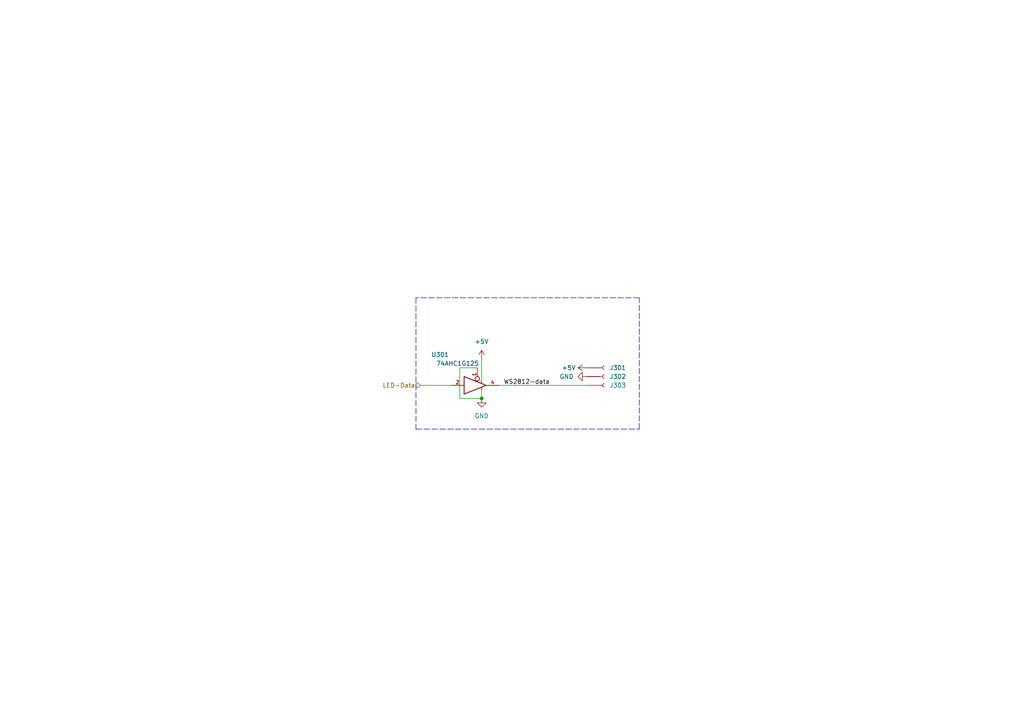
<source format=kicad_sch>
(kicad_sch (version 20230121) (generator eeschema)
  (paper "A4")
  (title_block (title "LED Strip") (date "2023-01-12") (company "Versio Duo"))
  (lib_symbols
    (symbol "V2_74xGxx:74AHC1G125" (pin_names (offset 1.016))
      (property "Reference" "U" (at -8.89 -3.81 0))
      (property "Value" "74AHC1G125" (at -3.81 -6.35 0))
      (symbol "74AHC1G125_0_1"
        (polyline (pts (xy -3.81 2.54) (xy -3.81 -2.54) (xy 2.54 0) (xy -3.81 2.54)) (stroke (width 0.254)))
      )
      (symbol "74AHC1G125_1_1"
        (pin input inverted (at 0 5.08 270) (length 3.81) (name "") (number "1"))
        (pin input line (at -7.62 0 0) (length 3.81) (name "") (number "2"))
        (pin power_in line (at 1.27 -1.27 90) (length 0.635) (name "") (number "3"))
        (pin tri_state line (at 6.35 0 180) (length 3.81) (name "") (number "4"))
        (pin power_in line (at 1.27 1.27 270) (length 0.635) (name "") (number "5"))
      )
    )
    (symbol "V2_Connector_WAGO:2065" (pin_numbers hide) (pin_names (offset 1.016) hide)
      (property "Reference" "J" (at -5.08 6.35 0))
      (symbol "2065_1_1"
        (polyline (pts (xy -1.27 0) (xy -0.508 0)) (stroke (width 0.1524)))
        (arc (start 0 0.508) (mid -0.5058 0) (end 0 -0.508) (stroke (width 0.1524)))
        (pin passive line (at -5.08 0 0) (length 3.81) (name "") (number "1"))
      )
    )
    (symbol "power:+5V" (power) (pin_names (offset 0))
      (property "Value" "+5V" (at 0 3.556 0))
      (symbol "+5V_0_1"
        (polyline (pts (xy -0.762 1.27) (xy 0 2.54)))
        (polyline (pts (xy 0 0) (xy 0 2.54)))
        (polyline (pts (xy 0 2.54) (xy 0.762 1.27)))
      )
      (symbol "+5V_1_1"
        (pin power_in line (at 0 0 90) (length 0) hide (name "+5V") (number "1"))
      )
    )
    (symbol "power:GND" (power) (pin_names (offset 0))
      (property "Value" "GND" (at 0 -3.81 0))
      (symbol "GND_0_1"
        (polyline (pts (xy 0 0) (xy 0 -1.27) (xy 1.27 -1.27) (xy 0 -2.54) (xy -1.27 -1.27) (xy 0 -1.27)))
      )
      (symbol "GND_1_1"
        (pin power_in line (at 0 0 270) (length 0) hide (name "GND") (number "1"))
      )
    )
  )
  (junction (at 139.7 115.57))
  (polyline (pts (xy 185.42 86.36) (xy 120.65 86.36)) (stroke (width 0) (type dash)))
  (wire (pts (xy 121.92 111.76) (xy 130.81 111.76)))
  (wire (pts (xy 139.7 104.14) (xy 139.7 110.49)))
  (polyline (pts (xy 185.42 124.46) (xy 185.42 86.36)) (stroke (width 0) (type dash)))
  (wire (pts (xy 133.35 106.68) (xy 133.35 115.57)))
  (wire (pts (xy 144.78 111.76) (xy 170.18 111.76)))
  (wire (pts (xy 133.35 115.57) (xy 139.7 115.57)))
  (polyline (pts (xy 120.65 86.36) (xy 120.65 124.46)) (stroke (width 0) (type dash)))
  (wire (pts (xy 139.7 113.03) (xy 139.7 115.57)))
  (polyline (pts (xy 120.65 124.46) (xy 185.42 124.46)) (stroke (width 0) (type dash)))
  (wire (pts (xy 138.43 106.68) (xy 133.35 106.68)))
  (label "WS2812-data" (at 146.05 111.76 0))
  (hierarchical_label "LED-Data" (shape input) (at 121.92 111.76 180))
  (symbol (lib_id "power:GND") (at 170.18 109.22 270) (unit 1)
    (property "Reference" "#PWR0304" (effects hide))
    (property "Value" "GND" (at 166.37 109.2199 90) (effects (justify right)))
  )
  (symbol (lib_id "V2_Connector_WAGO:2065") (at 175.26 109.22 0) (unit 1)
    (property "Reference" "J302" (at 181.61 109.22 0) (effects (justify right)))
    (property "Value" "WAGO-2065" (effects hide))
    (property "Footprint" "V2_Connector_WAGO:2065-100" (effects hide))
    (property "Sim.Enable" "0" (effects hide))
  )
  (symbol (lib_id "power:+5V") (at 139.7 104.14 0) (unit 1)
    (property "Reference" "#PWR0301" (effects hide))
    (property "Value" "+5V" (at 139.7 99.06 0))
  )
  (symbol (lib_id "power:+5V") (at 170.18 106.68 90) (unit 1)
    (property "Reference" "#PWR0303" (effects hide))
    (property "Value" "+5V" (at 167.005 106.6799 90) (effects (justify left)))
  )
  (symbol (lib_id "power:GND") (at 139.7 115.57 0) (unit 1)
    (property "Reference" "#PWR0302" (effects hide))
    (property "Value" "GND" (at 139.7 120.65 0))
  )
  (symbol (lib_id "V2_Connector_WAGO:2065") (at 175.26 111.76 0) (unit 1)
    (property "Reference" "J303" (at 181.6101 111.76 0) (effects (justify right)))
    (property "Value" "WAGO-2065" (effects hide))
    (property "Footprint" "V2_Connector_WAGO:2065-100" (effects hide))
    (property "Sim.Enable" "0" (effects hide))
  )
  (symbol (lib_id "V2_74xGxx:74AHC1G125") (at 138.43 111.76 0) (unit 1)
    (property "Reference" "U301" (at 127.635 102.87 0))
    (property "Value" "74AHC1G125" (at 132.715 105.41 0))
    (property "Footprint" "Package_TO_SOT_SMD:SOT-23-5" (effects hide))
    (property "Datasheet" "http://www.ti.com/lit/sg/scyt129e/scyt129e.pdf" (effects hide))
  )
  (symbol (lib_id "V2_Connector_WAGO:2065") (at 175.26 106.68 0) (unit 1)
    (property "Reference" "J301" (at 181.6101 106.68 0) (effects (justify right)))
    (property "Value" "WAGO-2065" (effects hide))
    (property "Footprint" "V2_Connector_WAGO:2065-100" (effects hide))
    (property "Sim.Enable" "0" (effects hide))
  )
)
</source>
